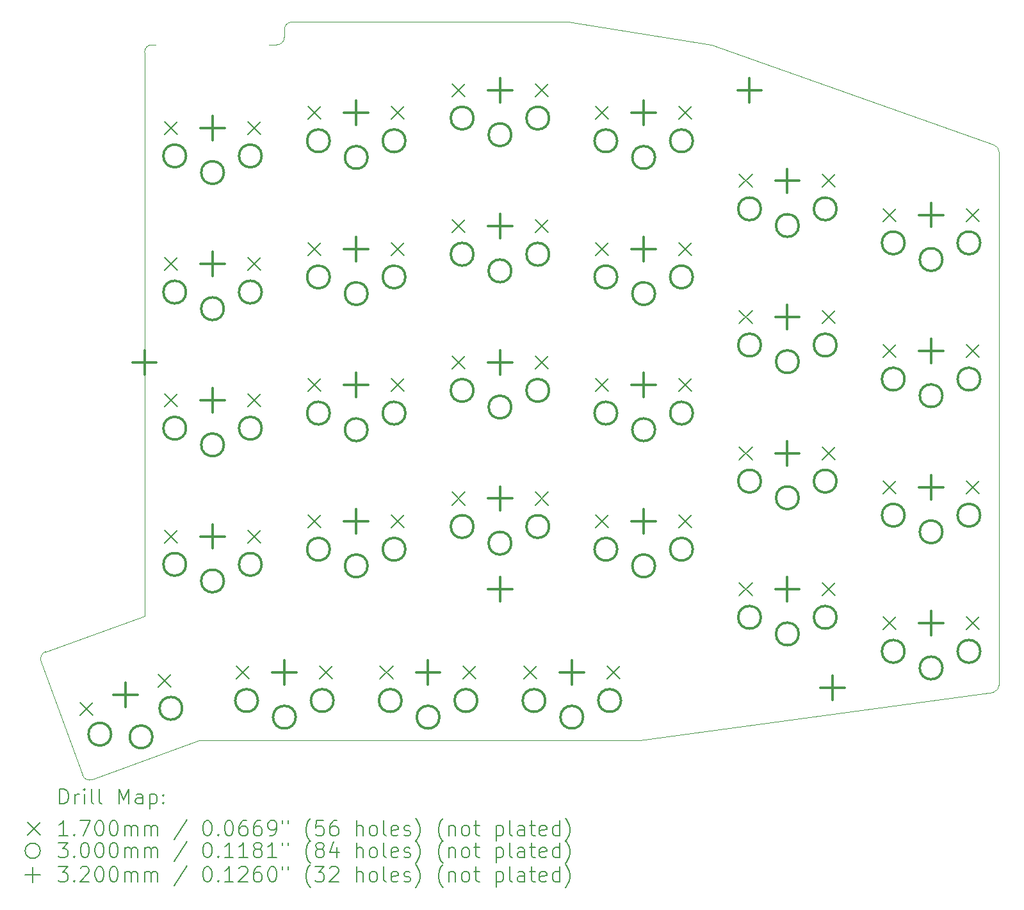
<source format=gbr>
%TF.GenerationSoftware,KiCad,Pcbnew,(6.0.11-0)*%
%TF.CreationDate,2023-02-07T09:35:33+08:00*%
%TF.ProjectId,V4,56342e6b-6963-4616-945f-706362585858,rev?*%
%TF.SameCoordinates,PX7f2c270PY60e4b00*%
%TF.FileFunction,Drillmap*%
%TF.FilePolarity,Positive*%
%FSLAX45Y45*%
G04 Gerber Fmt 4.5, Leading zero omitted, Abs format (unit mm)*
G04 Created by KiCad (PCBNEW (6.0.11-0)) date 2023-02-07 09:35:33*
%MOMM*%
%LPD*%
G01*
G04 APERTURE LIST*
%ADD10C,0.100000*%
%ADD11C,0.200000*%
%ADD12C,0.170000*%
%ADD13C,0.300000*%
%ADD14C,0.320000*%
G04 APERTURE END LIST*
D10*
X6600000Y4700000D02*
X4700000Y5000000D01*
X-900000Y4599000D02*
X-900000Y-2850000D01*
X950000Y4900000D02*
X950000Y4799000D01*
X10325000Y-3860000D02*
G75*
G03*
X10400000Y-3764289I-23570J95711D01*
G01*
X-800000Y4699000D02*
G75*
G03*
X-900000Y4599000I0J-100000D01*
G01*
X1050000Y5000000D02*
G75*
G03*
X950000Y4900000I0J-100000D01*
G01*
X5650000Y-4500000D02*
X10325000Y-3860000D01*
X-175000Y-4500000D02*
X5650000Y-4500000D01*
X-1719107Y-4955972D02*
X-2266339Y-3452464D01*
X-1719110Y-4955973D02*
G75*
G03*
X-1590936Y-5015740I93970J34203D01*
G01*
X10330000Y3375000D02*
X6600000Y4700000D01*
X10400001Y3279289D02*
G75*
G03*
X10330000Y3375000I-100431J1D01*
G01*
X850000Y4699000D02*
X750000Y4699000D01*
X-2206573Y-3324290D02*
G75*
G03*
X-2266339Y-3452464I34203J-93970D01*
G01*
X4700000Y5000000D02*
X1050000Y5000000D01*
X-2206572Y-3324293D02*
X-900000Y-2850000D01*
X-175000Y-4500000D02*
X-1590936Y-5015740D01*
X850000Y4699000D02*
G75*
G03*
X950000Y4799000I0J100000D01*
G01*
X10400000Y-3764289D02*
X10400000Y3279289D01*
X-750000Y4699000D02*
X-800000Y4699000D01*
D11*
D12*
X-1748831Y-3999511D02*
X-1578831Y-4169511D01*
X-1578831Y-3999511D02*
X-1748831Y-4169511D01*
X-715169Y-3623289D02*
X-545169Y-3793289D01*
X-545169Y-3623289D02*
X-715169Y-3793289D01*
X-635000Y3685000D02*
X-465000Y3515000D01*
X-465000Y3685000D02*
X-635000Y3515000D01*
X-635000Y1885000D02*
X-465000Y1715000D01*
X-465000Y1885000D02*
X-635000Y1715000D01*
X-635000Y85000D02*
X-465000Y-85000D01*
X-465000Y85000D02*
X-635000Y-85000D01*
X-635000Y-1715000D02*
X-465000Y-1885000D01*
X-465000Y-1715000D02*
X-635000Y-1885000D01*
X315000Y-3515000D02*
X485000Y-3685000D01*
X485000Y-3515000D02*
X315000Y-3685000D01*
X465000Y3685000D02*
X635000Y3515000D01*
X635000Y3685000D02*
X465000Y3515000D01*
X465000Y1885000D02*
X635000Y1715000D01*
X635000Y1885000D02*
X465000Y1715000D01*
X465000Y85000D02*
X635000Y-85000D01*
X635000Y85000D02*
X465000Y-85000D01*
X465000Y-1715000D02*
X635000Y-1885000D01*
X635000Y-1715000D02*
X465000Y-1885000D01*
X1265000Y3885000D02*
X1435000Y3715000D01*
X1435000Y3885000D02*
X1265000Y3715000D01*
X1265000Y2085000D02*
X1435000Y1915000D01*
X1435000Y2085000D02*
X1265000Y1915000D01*
X1265000Y285000D02*
X1435000Y115000D01*
X1435000Y285000D02*
X1265000Y115000D01*
X1265000Y-1515000D02*
X1435000Y-1685000D01*
X1435000Y-1515000D02*
X1265000Y-1685000D01*
X1415000Y-3515000D02*
X1585000Y-3685000D01*
X1585000Y-3515000D02*
X1415000Y-3685000D01*
X2215000Y-3515000D02*
X2385000Y-3685000D01*
X2385000Y-3515000D02*
X2215000Y-3685000D01*
X2365000Y3885000D02*
X2535000Y3715000D01*
X2535000Y3885000D02*
X2365000Y3715000D01*
X2365000Y2085000D02*
X2535000Y1915000D01*
X2535000Y2085000D02*
X2365000Y1915000D01*
X2365000Y285000D02*
X2535000Y115000D01*
X2535000Y285000D02*
X2365000Y115000D01*
X2365000Y-1515000D02*
X2535000Y-1685000D01*
X2535000Y-1515000D02*
X2365000Y-1685000D01*
X3165000Y4185000D02*
X3335000Y4015000D01*
X3335000Y4185000D02*
X3165000Y4015000D01*
X3165000Y2385000D02*
X3335000Y2215000D01*
X3335000Y2385000D02*
X3165000Y2215000D01*
X3165000Y585000D02*
X3335000Y415000D01*
X3335000Y585000D02*
X3165000Y415000D01*
X3165000Y-1215000D02*
X3335000Y-1385000D01*
X3335000Y-1215000D02*
X3165000Y-1385000D01*
X3315000Y-3515000D02*
X3485000Y-3685000D01*
X3485000Y-3515000D02*
X3315000Y-3685000D01*
X4115000Y-3515000D02*
X4285000Y-3685000D01*
X4285000Y-3515000D02*
X4115000Y-3685000D01*
X4265000Y4185000D02*
X4435000Y4015000D01*
X4435000Y4185000D02*
X4265000Y4015000D01*
X4265000Y2385000D02*
X4435000Y2215000D01*
X4435000Y2385000D02*
X4265000Y2215000D01*
X4265000Y585000D02*
X4435000Y415000D01*
X4435000Y585000D02*
X4265000Y415000D01*
X4265000Y-1215000D02*
X4435000Y-1385000D01*
X4435000Y-1215000D02*
X4265000Y-1385000D01*
X5065000Y3885000D02*
X5235000Y3715000D01*
X5235000Y3885000D02*
X5065000Y3715000D01*
X5065000Y2085000D02*
X5235000Y1915000D01*
X5235000Y2085000D02*
X5065000Y1915000D01*
X5065000Y285000D02*
X5235000Y115000D01*
X5235000Y285000D02*
X5065000Y115000D01*
X5065000Y-1515000D02*
X5235000Y-1685000D01*
X5235000Y-1515000D02*
X5065000Y-1685000D01*
X5215000Y-3515000D02*
X5385000Y-3685000D01*
X5385000Y-3515000D02*
X5215000Y-3685000D01*
X6165000Y3885000D02*
X6335000Y3715000D01*
X6335000Y3885000D02*
X6165000Y3715000D01*
X6165000Y2085000D02*
X6335000Y1915000D01*
X6335000Y2085000D02*
X6165000Y1915000D01*
X6165000Y285000D02*
X6335000Y115000D01*
X6335000Y285000D02*
X6165000Y115000D01*
X6165000Y-1515000D02*
X6335000Y-1685000D01*
X6335000Y-1515000D02*
X6165000Y-1685000D01*
X6965000Y2985000D02*
X7135000Y2815000D01*
X7135000Y2985000D02*
X6965000Y2815000D01*
X6965000Y1185000D02*
X7135000Y1015000D01*
X7135000Y1185000D02*
X6965000Y1015000D01*
X6965000Y-615000D02*
X7135000Y-785000D01*
X7135000Y-615000D02*
X6965000Y-785000D01*
X6965000Y-2415000D02*
X7135000Y-2585000D01*
X7135000Y-2415000D02*
X6965000Y-2585000D01*
X8065000Y2985000D02*
X8235000Y2815000D01*
X8235000Y2985000D02*
X8065000Y2815000D01*
X8065000Y1185000D02*
X8235000Y1015000D01*
X8235000Y1185000D02*
X8065000Y1015000D01*
X8065000Y-615000D02*
X8235000Y-785000D01*
X8235000Y-615000D02*
X8065000Y-785000D01*
X8065000Y-2415000D02*
X8235000Y-2585000D01*
X8235000Y-2415000D02*
X8065000Y-2585000D01*
X8865000Y2535000D02*
X9035000Y2365000D01*
X9035000Y2535000D02*
X8865000Y2365000D01*
X8865000Y735000D02*
X9035000Y565000D01*
X9035000Y735000D02*
X8865000Y565000D01*
X8865000Y-1065000D02*
X9035000Y-1235000D01*
X9035000Y-1065000D02*
X8865000Y-1235000D01*
X8865000Y-2865000D02*
X9035000Y-3035000D01*
X9035000Y-2865000D02*
X8865000Y-3035000D01*
X9965000Y2535000D02*
X10135000Y2365000D01*
X10135000Y2535000D02*
X9965000Y2365000D01*
X9965000Y735000D02*
X10135000Y565000D01*
X10135000Y735000D02*
X9965000Y565000D01*
X9965000Y-1065000D02*
X10135000Y-1235000D01*
X10135000Y-1065000D02*
X9965000Y-1235000D01*
X9965000Y-2865000D02*
X10135000Y-3035000D01*
X10135000Y-2865000D02*
X9965000Y-3035000D01*
D13*
X-1340299Y-4415096D02*
G75*
G03*
X-1340299Y-4415096I-150000J0D01*
G01*
X-795208Y-4450819D02*
G75*
G03*
X-795208Y-4450819I-150000J0D01*
G01*
X-400606Y-4073076D02*
G75*
G03*
X-400606Y-4073076I-150000J0D01*
G01*
X-350000Y3230000D02*
G75*
G03*
X-350000Y3230000I-150000J0D01*
G01*
X-350000Y1430000D02*
G75*
G03*
X-350000Y1430000I-150000J0D01*
G01*
X-350000Y-370000D02*
G75*
G03*
X-350000Y-370000I-150000J0D01*
G01*
X-350000Y-2170000D02*
G75*
G03*
X-350000Y-2170000I-150000J0D01*
G01*
X150000Y3010000D02*
G75*
G03*
X150000Y3010000I-150000J0D01*
G01*
X150000Y1210000D02*
G75*
G03*
X150000Y1210000I-150000J0D01*
G01*
X150000Y-590000D02*
G75*
G03*
X150000Y-590000I-150000J0D01*
G01*
X150000Y-2390000D02*
G75*
G03*
X150000Y-2390000I-150000J0D01*
G01*
X600000Y-3970000D02*
G75*
G03*
X600000Y-3970000I-150000J0D01*
G01*
X650000Y3230000D02*
G75*
G03*
X650000Y3230000I-150000J0D01*
G01*
X650000Y1430000D02*
G75*
G03*
X650000Y1430000I-150000J0D01*
G01*
X650000Y-370000D02*
G75*
G03*
X650000Y-370000I-150000J0D01*
G01*
X650000Y-2170000D02*
G75*
G03*
X650000Y-2170000I-150000J0D01*
G01*
X1100000Y-4190000D02*
G75*
G03*
X1100000Y-4190000I-150000J0D01*
G01*
X1550000Y3430000D02*
G75*
G03*
X1550000Y3430000I-150000J0D01*
G01*
X1550000Y1630000D02*
G75*
G03*
X1550000Y1630000I-150000J0D01*
G01*
X1550000Y-170000D02*
G75*
G03*
X1550000Y-170000I-150000J0D01*
G01*
X1550000Y-1970000D02*
G75*
G03*
X1550000Y-1970000I-150000J0D01*
G01*
X1600000Y-3970000D02*
G75*
G03*
X1600000Y-3970000I-150000J0D01*
G01*
X2050000Y3210000D02*
G75*
G03*
X2050000Y3210000I-150000J0D01*
G01*
X2050000Y1410000D02*
G75*
G03*
X2050000Y1410000I-150000J0D01*
G01*
X2050000Y-390000D02*
G75*
G03*
X2050000Y-390000I-150000J0D01*
G01*
X2050000Y-2190000D02*
G75*
G03*
X2050000Y-2190000I-150000J0D01*
G01*
X2500000Y-3970000D02*
G75*
G03*
X2500000Y-3970000I-150000J0D01*
G01*
X2550000Y3430000D02*
G75*
G03*
X2550000Y3430000I-150000J0D01*
G01*
X2550000Y1630000D02*
G75*
G03*
X2550000Y1630000I-150000J0D01*
G01*
X2550000Y-170000D02*
G75*
G03*
X2550000Y-170000I-150000J0D01*
G01*
X2550000Y-1970000D02*
G75*
G03*
X2550000Y-1970000I-150000J0D01*
G01*
X3000000Y-4190000D02*
G75*
G03*
X3000000Y-4190000I-150000J0D01*
G01*
X3450000Y3730000D02*
G75*
G03*
X3450000Y3730000I-150000J0D01*
G01*
X3450000Y1930000D02*
G75*
G03*
X3450000Y1930000I-150000J0D01*
G01*
X3450000Y130000D02*
G75*
G03*
X3450000Y130000I-150000J0D01*
G01*
X3450000Y-1670000D02*
G75*
G03*
X3450000Y-1670000I-150000J0D01*
G01*
X3500000Y-3970000D02*
G75*
G03*
X3500000Y-3970000I-150000J0D01*
G01*
X3950000Y3510000D02*
G75*
G03*
X3950000Y3510000I-150000J0D01*
G01*
X3950000Y1710000D02*
G75*
G03*
X3950000Y1710000I-150000J0D01*
G01*
X3950000Y-90000D02*
G75*
G03*
X3950000Y-90000I-150000J0D01*
G01*
X3950000Y-1890000D02*
G75*
G03*
X3950000Y-1890000I-150000J0D01*
G01*
X4400000Y-3970000D02*
G75*
G03*
X4400000Y-3970000I-150000J0D01*
G01*
X4450000Y3730000D02*
G75*
G03*
X4450000Y3730000I-150000J0D01*
G01*
X4450000Y1930000D02*
G75*
G03*
X4450000Y1930000I-150000J0D01*
G01*
X4450000Y130000D02*
G75*
G03*
X4450000Y130000I-150000J0D01*
G01*
X4450000Y-1670000D02*
G75*
G03*
X4450000Y-1670000I-150000J0D01*
G01*
X4900000Y-4190000D02*
G75*
G03*
X4900000Y-4190000I-150000J0D01*
G01*
X5350000Y3430000D02*
G75*
G03*
X5350000Y3430000I-150000J0D01*
G01*
X5350000Y1630000D02*
G75*
G03*
X5350000Y1630000I-150000J0D01*
G01*
X5350000Y-170000D02*
G75*
G03*
X5350000Y-170000I-150000J0D01*
G01*
X5350000Y-1970000D02*
G75*
G03*
X5350000Y-1970000I-150000J0D01*
G01*
X5400000Y-3970000D02*
G75*
G03*
X5400000Y-3970000I-150000J0D01*
G01*
X5850000Y3210000D02*
G75*
G03*
X5850000Y3210000I-150000J0D01*
G01*
X5850000Y1410000D02*
G75*
G03*
X5850000Y1410000I-150000J0D01*
G01*
X5850000Y-390000D02*
G75*
G03*
X5850000Y-390000I-150000J0D01*
G01*
X5850000Y-2190000D02*
G75*
G03*
X5850000Y-2190000I-150000J0D01*
G01*
X6350000Y3430000D02*
G75*
G03*
X6350000Y3430000I-150000J0D01*
G01*
X6350000Y1630000D02*
G75*
G03*
X6350000Y1630000I-150000J0D01*
G01*
X6350000Y-170000D02*
G75*
G03*
X6350000Y-170000I-150000J0D01*
G01*
X6350000Y-1970000D02*
G75*
G03*
X6350000Y-1970000I-150000J0D01*
G01*
X7250000Y2530000D02*
G75*
G03*
X7250000Y2530000I-150000J0D01*
G01*
X7250000Y730000D02*
G75*
G03*
X7250000Y730000I-150000J0D01*
G01*
X7250000Y-1070000D02*
G75*
G03*
X7250000Y-1070000I-150000J0D01*
G01*
X7250000Y-2870000D02*
G75*
G03*
X7250000Y-2870000I-150000J0D01*
G01*
X7750000Y2310000D02*
G75*
G03*
X7750000Y2310000I-150000J0D01*
G01*
X7750000Y510000D02*
G75*
G03*
X7750000Y510000I-150000J0D01*
G01*
X7750000Y-1290000D02*
G75*
G03*
X7750000Y-1290000I-150000J0D01*
G01*
X7750000Y-3090000D02*
G75*
G03*
X7750000Y-3090000I-150000J0D01*
G01*
X8250000Y2530000D02*
G75*
G03*
X8250000Y2530000I-150000J0D01*
G01*
X8250000Y730000D02*
G75*
G03*
X8250000Y730000I-150000J0D01*
G01*
X8250000Y-1070000D02*
G75*
G03*
X8250000Y-1070000I-150000J0D01*
G01*
X8250000Y-2870000D02*
G75*
G03*
X8250000Y-2870000I-150000J0D01*
G01*
X9150000Y2080000D02*
G75*
G03*
X9150000Y2080000I-150000J0D01*
G01*
X9150000Y280000D02*
G75*
G03*
X9150000Y280000I-150000J0D01*
G01*
X9150000Y-1520000D02*
G75*
G03*
X9150000Y-1520000I-150000J0D01*
G01*
X9150000Y-3320000D02*
G75*
G03*
X9150000Y-3320000I-150000J0D01*
G01*
X9650000Y1860000D02*
G75*
G03*
X9650000Y1860000I-150000J0D01*
G01*
X9650000Y60000D02*
G75*
G03*
X9650000Y60000I-150000J0D01*
G01*
X9650000Y-1740000D02*
G75*
G03*
X9650000Y-1740000I-150000J0D01*
G01*
X9650000Y-3540000D02*
G75*
G03*
X9650000Y-3540000I-150000J0D01*
G01*
X10150000Y2080000D02*
G75*
G03*
X10150000Y2080000I-150000J0D01*
G01*
X10150000Y280000D02*
G75*
G03*
X10150000Y280000I-150000J0D01*
G01*
X10150000Y-1520000D02*
G75*
G03*
X10150000Y-1520000I-150000J0D01*
G01*
X10150000Y-3320000D02*
G75*
G03*
X10150000Y-3320000I-150000J0D01*
G01*
D14*
X-1147000Y-3736400D02*
X-1147000Y-4056400D01*
X-1307000Y-3896400D02*
X-987000Y-3896400D01*
X-900000Y660000D02*
X-900000Y340000D01*
X-1060000Y500000D02*
X-740000Y500000D01*
X0Y3760000D02*
X0Y3440000D01*
X-160000Y3600000D02*
X160000Y3600000D01*
X0Y1960000D02*
X0Y1640000D01*
X-160000Y1800000D02*
X160000Y1800000D01*
X0Y160000D02*
X0Y-160000D01*
X-160000Y0D02*
X160000Y0D01*
X0Y-1640000D02*
X0Y-1960000D01*
X-160000Y-1800000D02*
X160000Y-1800000D01*
X950000Y-3440000D02*
X950000Y-3760000D01*
X790000Y-3600000D02*
X1110000Y-3600000D01*
X1900000Y3960000D02*
X1900000Y3640000D01*
X1740000Y3800000D02*
X2060000Y3800000D01*
X1900000Y2160000D02*
X1900000Y1840000D01*
X1740000Y2000000D02*
X2060000Y2000000D01*
X1900000Y360000D02*
X1900000Y40000D01*
X1740000Y200000D02*
X2060000Y200000D01*
X1900000Y-1440000D02*
X1900000Y-1760000D01*
X1740000Y-1600000D02*
X2060000Y-1600000D01*
X2850000Y-3440000D02*
X2850000Y-3760000D01*
X2690000Y-3600000D02*
X3010000Y-3600000D01*
X3800000Y4260000D02*
X3800000Y3940000D01*
X3640000Y4100000D02*
X3960000Y4100000D01*
X3800000Y2460000D02*
X3800000Y2140000D01*
X3640000Y2300000D02*
X3960000Y2300000D01*
X3800000Y660000D02*
X3800000Y340000D01*
X3640000Y500000D02*
X3960000Y500000D01*
X3800000Y-1140000D02*
X3800000Y-1460000D01*
X3640000Y-1300000D02*
X3960000Y-1300000D01*
X3800000Y-2340000D02*
X3800000Y-2660000D01*
X3640000Y-2500000D02*
X3960000Y-2500000D01*
X4750000Y-3440000D02*
X4750000Y-3760000D01*
X4590000Y-3600000D02*
X4910000Y-3600000D01*
X5700000Y3960000D02*
X5700000Y3640000D01*
X5540000Y3800000D02*
X5860000Y3800000D01*
X5700000Y2160000D02*
X5700000Y1840000D01*
X5540000Y2000000D02*
X5860000Y2000000D01*
X5700000Y360000D02*
X5700000Y40000D01*
X5540000Y200000D02*
X5860000Y200000D01*
X5700000Y-1440000D02*
X5700000Y-1760000D01*
X5540000Y-1600000D02*
X5860000Y-1600000D01*
X7100000Y4260000D02*
X7100000Y3940000D01*
X6940000Y4100000D02*
X7260000Y4100000D01*
X7600000Y3060000D02*
X7600000Y2740000D01*
X7440000Y2900000D02*
X7760000Y2900000D01*
X7600000Y1260000D02*
X7600000Y940000D01*
X7440000Y1100000D02*
X7760000Y1100000D01*
X7600000Y-540000D02*
X7600000Y-860000D01*
X7440000Y-700000D02*
X7760000Y-700000D01*
X7600000Y-2340000D02*
X7600000Y-2660000D01*
X7440000Y-2500000D02*
X7760000Y-2500000D01*
X8200000Y-3640000D02*
X8200000Y-3960000D01*
X8040000Y-3800000D02*
X8360000Y-3800000D01*
X9500000Y2610000D02*
X9500000Y2290000D01*
X9340000Y2450000D02*
X9660000Y2450000D01*
X9500000Y810000D02*
X9500000Y490000D01*
X9340000Y650000D02*
X9660000Y650000D01*
X9500000Y-990000D02*
X9500000Y-1310000D01*
X9340000Y-1150000D02*
X9660000Y-1150000D01*
X9500000Y-2790000D02*
X9500000Y-3110000D01*
X9340000Y-2950000D02*
X9660000Y-2950000D01*
D11*
X-2019752Y-5337247D02*
X-2019752Y-5137247D01*
X-1972133Y-5137247D01*
X-1943561Y-5146771D01*
X-1924514Y-5165819D01*
X-1914990Y-5184866D01*
X-1905466Y-5222961D01*
X-1905466Y-5251533D01*
X-1914990Y-5289628D01*
X-1924514Y-5308676D01*
X-1943561Y-5327723D01*
X-1972133Y-5337247D01*
X-2019752Y-5337247D01*
X-1819752Y-5337247D02*
X-1819752Y-5203914D01*
X-1819752Y-5242009D02*
X-1810228Y-5222961D01*
X-1800704Y-5213438D01*
X-1781657Y-5203914D01*
X-1762609Y-5203914D01*
X-1695942Y-5337247D02*
X-1695942Y-5203914D01*
X-1695942Y-5137247D02*
X-1705466Y-5146771D01*
X-1695942Y-5156295D01*
X-1686418Y-5146771D01*
X-1695942Y-5137247D01*
X-1695942Y-5156295D01*
X-1572133Y-5337247D02*
X-1591180Y-5327723D01*
X-1600704Y-5308676D01*
X-1600704Y-5137247D01*
X-1467371Y-5337247D02*
X-1486418Y-5327723D01*
X-1495942Y-5308676D01*
X-1495942Y-5137247D01*
X-1238799Y-5337247D02*
X-1238799Y-5137247D01*
X-1172133Y-5280104D01*
X-1105466Y-5137247D01*
X-1105466Y-5337247D01*
X-924514Y-5337247D02*
X-924514Y-5232485D01*
X-934037Y-5213438D01*
X-953085Y-5203914D01*
X-991180Y-5203914D01*
X-1010228Y-5213438D01*
X-924514Y-5327723D02*
X-943561Y-5337247D01*
X-991180Y-5337247D01*
X-1010228Y-5327723D01*
X-1019752Y-5308676D01*
X-1019752Y-5289628D01*
X-1010228Y-5270580D01*
X-991180Y-5261057D01*
X-943561Y-5261057D01*
X-924514Y-5251533D01*
X-829276Y-5203914D02*
X-829276Y-5403914D01*
X-829276Y-5213438D02*
X-810228Y-5203914D01*
X-772133Y-5203914D01*
X-753085Y-5213438D01*
X-743561Y-5222961D01*
X-734037Y-5242009D01*
X-734037Y-5299152D01*
X-743561Y-5318199D01*
X-753085Y-5327723D01*
X-772133Y-5337247D01*
X-810228Y-5337247D01*
X-829276Y-5327723D01*
X-648323Y-5318199D02*
X-638799Y-5327723D01*
X-648323Y-5337247D01*
X-657847Y-5327723D01*
X-648323Y-5318199D01*
X-648323Y-5337247D01*
X-648323Y-5213438D02*
X-638799Y-5222961D01*
X-648323Y-5232485D01*
X-657847Y-5222961D01*
X-648323Y-5213438D01*
X-648323Y-5232485D01*
D12*
X-2447371Y-5581771D02*
X-2277371Y-5751771D01*
X-2277371Y-5581771D02*
X-2447371Y-5751771D01*
D11*
X-1914990Y-5757247D02*
X-2029276Y-5757247D01*
X-1972133Y-5757247D02*
X-1972133Y-5557247D01*
X-1991180Y-5585819D01*
X-2010228Y-5604866D01*
X-2029276Y-5614390D01*
X-1829276Y-5738199D02*
X-1819752Y-5747723D01*
X-1829276Y-5757247D01*
X-1838799Y-5747723D01*
X-1829276Y-5738199D01*
X-1829276Y-5757247D01*
X-1753085Y-5557247D02*
X-1619752Y-5557247D01*
X-1705466Y-5757247D01*
X-1505466Y-5557247D02*
X-1486418Y-5557247D01*
X-1467371Y-5566771D01*
X-1457847Y-5576295D01*
X-1448323Y-5595342D01*
X-1438799Y-5633437D01*
X-1438799Y-5681057D01*
X-1448323Y-5719152D01*
X-1457847Y-5738199D01*
X-1467371Y-5747723D01*
X-1486418Y-5757247D01*
X-1505466Y-5757247D01*
X-1524514Y-5747723D01*
X-1534037Y-5738199D01*
X-1543561Y-5719152D01*
X-1553085Y-5681057D01*
X-1553085Y-5633437D01*
X-1543561Y-5595342D01*
X-1534037Y-5576295D01*
X-1524514Y-5566771D01*
X-1505466Y-5557247D01*
X-1314990Y-5557247D02*
X-1295942Y-5557247D01*
X-1276895Y-5566771D01*
X-1267371Y-5576295D01*
X-1257847Y-5595342D01*
X-1248323Y-5633437D01*
X-1248323Y-5681057D01*
X-1257847Y-5719152D01*
X-1267371Y-5738199D01*
X-1276895Y-5747723D01*
X-1295942Y-5757247D01*
X-1314990Y-5757247D01*
X-1334038Y-5747723D01*
X-1343561Y-5738199D01*
X-1353085Y-5719152D01*
X-1362609Y-5681057D01*
X-1362609Y-5633437D01*
X-1353085Y-5595342D01*
X-1343561Y-5576295D01*
X-1334038Y-5566771D01*
X-1314990Y-5557247D01*
X-1162609Y-5757247D02*
X-1162609Y-5623914D01*
X-1162609Y-5642961D02*
X-1153085Y-5633437D01*
X-1134038Y-5623914D01*
X-1105466Y-5623914D01*
X-1086419Y-5633437D01*
X-1076895Y-5652485D01*
X-1076895Y-5757247D01*
X-1076895Y-5652485D02*
X-1067371Y-5633437D01*
X-1048323Y-5623914D01*
X-1019752Y-5623914D01*
X-1000704Y-5633437D01*
X-991180Y-5652485D01*
X-991180Y-5757247D01*
X-895942Y-5757247D02*
X-895942Y-5623914D01*
X-895942Y-5642961D02*
X-886418Y-5633437D01*
X-867371Y-5623914D01*
X-838799Y-5623914D01*
X-819752Y-5633437D01*
X-810228Y-5652485D01*
X-810228Y-5757247D01*
X-810228Y-5652485D02*
X-800704Y-5633437D01*
X-781657Y-5623914D01*
X-753085Y-5623914D01*
X-734037Y-5633437D01*
X-724514Y-5652485D01*
X-724514Y-5757247D01*
X-334038Y-5547723D02*
X-505466Y-5804866D01*
X-76895Y-5557247D02*
X-57847Y-5557247D01*
X-38799Y-5566771D01*
X-29276Y-5576295D01*
X-19752Y-5595342D01*
X-10228Y-5633437D01*
X-10228Y-5681057D01*
X-19752Y-5719152D01*
X-29276Y-5738199D01*
X-38799Y-5747723D01*
X-57847Y-5757247D01*
X-76895Y-5757247D01*
X-95942Y-5747723D01*
X-105466Y-5738199D01*
X-114990Y-5719152D01*
X-124514Y-5681057D01*
X-124514Y-5633437D01*
X-114990Y-5595342D01*
X-105466Y-5576295D01*
X-95942Y-5566771D01*
X-76895Y-5557247D01*
X75486Y-5738199D02*
X85010Y-5747723D01*
X75486Y-5757247D01*
X65963Y-5747723D01*
X75486Y-5738199D01*
X75486Y-5757247D01*
X208820Y-5557247D02*
X227867Y-5557247D01*
X246915Y-5566771D01*
X256439Y-5576295D01*
X265963Y-5595342D01*
X275486Y-5633437D01*
X275486Y-5681057D01*
X265963Y-5719152D01*
X256439Y-5738199D01*
X246915Y-5747723D01*
X227867Y-5757247D01*
X208820Y-5757247D01*
X189772Y-5747723D01*
X180248Y-5738199D01*
X170724Y-5719152D01*
X161201Y-5681057D01*
X161201Y-5633437D01*
X170724Y-5595342D01*
X180248Y-5576295D01*
X189772Y-5566771D01*
X208820Y-5557247D01*
X446915Y-5557247D02*
X408820Y-5557247D01*
X389772Y-5566771D01*
X380248Y-5576295D01*
X361201Y-5604866D01*
X351677Y-5642961D01*
X351677Y-5719152D01*
X361201Y-5738199D01*
X370724Y-5747723D01*
X389772Y-5757247D01*
X427867Y-5757247D01*
X446915Y-5747723D01*
X456439Y-5738199D01*
X465962Y-5719152D01*
X465962Y-5671533D01*
X456439Y-5652485D01*
X446915Y-5642961D01*
X427867Y-5633437D01*
X389772Y-5633437D01*
X370724Y-5642961D01*
X361201Y-5652485D01*
X351677Y-5671533D01*
X637391Y-5557247D02*
X599296Y-5557247D01*
X580248Y-5566771D01*
X570724Y-5576295D01*
X551677Y-5604866D01*
X542153Y-5642961D01*
X542153Y-5719152D01*
X551677Y-5738199D01*
X561201Y-5747723D01*
X580248Y-5757247D01*
X618343Y-5757247D01*
X637391Y-5747723D01*
X646915Y-5738199D01*
X656439Y-5719152D01*
X656439Y-5671533D01*
X646915Y-5652485D01*
X637391Y-5642961D01*
X618343Y-5633437D01*
X580248Y-5633437D01*
X561201Y-5642961D01*
X551677Y-5652485D01*
X542153Y-5671533D01*
X751677Y-5757247D02*
X789772Y-5757247D01*
X808820Y-5747723D01*
X818343Y-5738199D01*
X837391Y-5709628D01*
X846915Y-5671533D01*
X846915Y-5595342D01*
X837391Y-5576295D01*
X827867Y-5566771D01*
X808820Y-5557247D01*
X770724Y-5557247D01*
X751677Y-5566771D01*
X742153Y-5576295D01*
X732629Y-5595342D01*
X732629Y-5642961D01*
X742153Y-5662009D01*
X751677Y-5671533D01*
X770724Y-5681057D01*
X808820Y-5681057D01*
X827867Y-5671533D01*
X837391Y-5662009D01*
X846915Y-5642961D01*
X923105Y-5557247D02*
X923105Y-5595342D01*
X999296Y-5557247D02*
X999296Y-5595342D01*
X1294534Y-5833437D02*
X1285010Y-5823914D01*
X1265963Y-5795342D01*
X1256439Y-5776295D01*
X1246915Y-5747723D01*
X1237391Y-5700104D01*
X1237391Y-5662009D01*
X1246915Y-5614390D01*
X1256439Y-5585819D01*
X1265963Y-5566771D01*
X1285010Y-5538199D01*
X1294534Y-5528676D01*
X1465962Y-5557247D02*
X1370724Y-5557247D01*
X1361201Y-5652485D01*
X1370724Y-5642961D01*
X1389772Y-5633437D01*
X1437391Y-5633437D01*
X1456439Y-5642961D01*
X1465962Y-5652485D01*
X1475486Y-5671533D01*
X1475486Y-5719152D01*
X1465962Y-5738199D01*
X1456439Y-5747723D01*
X1437391Y-5757247D01*
X1389772Y-5757247D01*
X1370724Y-5747723D01*
X1361201Y-5738199D01*
X1646915Y-5557247D02*
X1608820Y-5557247D01*
X1589772Y-5566771D01*
X1580248Y-5576295D01*
X1561201Y-5604866D01*
X1551677Y-5642961D01*
X1551677Y-5719152D01*
X1561201Y-5738199D01*
X1570724Y-5747723D01*
X1589772Y-5757247D01*
X1627867Y-5757247D01*
X1646915Y-5747723D01*
X1656439Y-5738199D01*
X1665962Y-5719152D01*
X1665962Y-5671533D01*
X1656439Y-5652485D01*
X1646915Y-5642961D01*
X1627867Y-5633437D01*
X1589772Y-5633437D01*
X1570724Y-5642961D01*
X1561201Y-5652485D01*
X1551677Y-5671533D01*
X1904058Y-5757247D02*
X1904058Y-5557247D01*
X1989772Y-5757247D02*
X1989772Y-5652485D01*
X1980248Y-5633437D01*
X1961201Y-5623914D01*
X1932629Y-5623914D01*
X1913581Y-5633437D01*
X1904058Y-5642961D01*
X2113582Y-5757247D02*
X2094534Y-5747723D01*
X2085010Y-5738199D01*
X2075486Y-5719152D01*
X2075486Y-5662009D01*
X2085010Y-5642961D01*
X2094534Y-5633437D01*
X2113582Y-5623914D01*
X2142153Y-5623914D01*
X2161201Y-5633437D01*
X2170724Y-5642961D01*
X2180248Y-5662009D01*
X2180248Y-5719152D01*
X2170724Y-5738199D01*
X2161201Y-5747723D01*
X2142153Y-5757247D01*
X2113582Y-5757247D01*
X2294534Y-5757247D02*
X2275486Y-5747723D01*
X2265963Y-5728676D01*
X2265963Y-5557247D01*
X2446915Y-5747723D02*
X2427867Y-5757247D01*
X2389772Y-5757247D01*
X2370724Y-5747723D01*
X2361201Y-5728676D01*
X2361201Y-5652485D01*
X2370724Y-5633437D01*
X2389772Y-5623914D01*
X2427867Y-5623914D01*
X2446915Y-5633437D01*
X2456439Y-5652485D01*
X2456439Y-5671533D01*
X2361201Y-5690580D01*
X2532629Y-5747723D02*
X2551677Y-5757247D01*
X2589772Y-5757247D01*
X2608820Y-5747723D01*
X2618343Y-5728676D01*
X2618343Y-5719152D01*
X2608820Y-5700104D01*
X2589772Y-5690580D01*
X2561201Y-5690580D01*
X2542153Y-5681057D01*
X2532629Y-5662009D01*
X2532629Y-5652485D01*
X2542153Y-5633437D01*
X2561201Y-5623914D01*
X2589772Y-5623914D01*
X2608820Y-5633437D01*
X2685010Y-5833437D02*
X2694534Y-5823914D01*
X2713582Y-5795342D01*
X2723105Y-5776295D01*
X2732629Y-5747723D01*
X2742153Y-5700104D01*
X2742153Y-5662009D01*
X2732629Y-5614390D01*
X2723105Y-5585819D01*
X2713582Y-5566771D01*
X2694534Y-5538199D01*
X2685010Y-5528676D01*
X3046915Y-5833437D02*
X3037391Y-5823914D01*
X3018343Y-5795342D01*
X3008820Y-5776295D01*
X2999296Y-5747723D01*
X2989772Y-5700104D01*
X2989772Y-5662009D01*
X2999296Y-5614390D01*
X3008820Y-5585819D01*
X3018343Y-5566771D01*
X3037391Y-5538199D01*
X3046915Y-5528676D01*
X3123105Y-5623914D02*
X3123105Y-5757247D01*
X3123105Y-5642961D02*
X3132629Y-5633437D01*
X3151677Y-5623914D01*
X3180248Y-5623914D01*
X3199296Y-5633437D01*
X3208820Y-5652485D01*
X3208820Y-5757247D01*
X3332629Y-5757247D02*
X3313581Y-5747723D01*
X3304058Y-5738199D01*
X3294534Y-5719152D01*
X3294534Y-5662009D01*
X3304058Y-5642961D01*
X3313581Y-5633437D01*
X3332629Y-5623914D01*
X3361201Y-5623914D01*
X3380248Y-5633437D01*
X3389772Y-5642961D01*
X3399296Y-5662009D01*
X3399296Y-5719152D01*
X3389772Y-5738199D01*
X3380248Y-5747723D01*
X3361201Y-5757247D01*
X3332629Y-5757247D01*
X3456439Y-5623914D02*
X3532629Y-5623914D01*
X3485010Y-5557247D02*
X3485010Y-5728676D01*
X3494534Y-5747723D01*
X3513581Y-5757247D01*
X3532629Y-5757247D01*
X3751677Y-5623914D02*
X3751677Y-5823914D01*
X3751677Y-5633437D02*
X3770724Y-5623914D01*
X3808820Y-5623914D01*
X3827867Y-5633437D01*
X3837391Y-5642961D01*
X3846915Y-5662009D01*
X3846915Y-5719152D01*
X3837391Y-5738199D01*
X3827867Y-5747723D01*
X3808820Y-5757247D01*
X3770724Y-5757247D01*
X3751677Y-5747723D01*
X3961201Y-5757247D02*
X3942153Y-5747723D01*
X3932629Y-5728676D01*
X3932629Y-5557247D01*
X4123105Y-5757247D02*
X4123105Y-5652485D01*
X4113581Y-5633437D01*
X4094534Y-5623914D01*
X4056439Y-5623914D01*
X4037391Y-5633437D01*
X4123105Y-5747723D02*
X4104058Y-5757247D01*
X4056439Y-5757247D01*
X4037391Y-5747723D01*
X4027867Y-5728676D01*
X4027867Y-5709628D01*
X4037391Y-5690580D01*
X4056439Y-5681057D01*
X4104058Y-5681057D01*
X4123105Y-5671533D01*
X4189772Y-5623914D02*
X4265963Y-5623914D01*
X4218343Y-5557247D02*
X4218343Y-5728676D01*
X4227867Y-5747723D01*
X4246915Y-5757247D01*
X4265963Y-5757247D01*
X4408820Y-5747723D02*
X4389772Y-5757247D01*
X4351677Y-5757247D01*
X4332629Y-5747723D01*
X4323105Y-5728676D01*
X4323105Y-5652485D01*
X4332629Y-5633437D01*
X4351677Y-5623914D01*
X4389772Y-5623914D01*
X4408820Y-5633437D01*
X4418343Y-5652485D01*
X4418343Y-5671533D01*
X4323105Y-5690580D01*
X4589772Y-5757247D02*
X4589772Y-5557247D01*
X4589772Y-5747723D02*
X4570724Y-5757247D01*
X4532629Y-5757247D01*
X4513582Y-5747723D01*
X4504058Y-5738199D01*
X4494534Y-5719152D01*
X4494534Y-5662009D01*
X4504058Y-5642961D01*
X4513582Y-5633437D01*
X4532629Y-5623914D01*
X4570724Y-5623914D01*
X4589772Y-5633437D01*
X4665963Y-5833437D02*
X4675486Y-5823914D01*
X4694534Y-5795342D01*
X4704058Y-5776295D01*
X4713582Y-5747723D01*
X4723105Y-5700104D01*
X4723105Y-5662009D01*
X4713582Y-5614390D01*
X4704058Y-5585819D01*
X4694534Y-5566771D01*
X4675486Y-5538199D01*
X4665963Y-5528676D01*
X-2277371Y-5956771D02*
G75*
G03*
X-2277371Y-5956771I-100000J0D01*
G01*
X-2038799Y-5847247D02*
X-1914990Y-5847247D01*
X-1981657Y-5923437D01*
X-1953085Y-5923437D01*
X-1934037Y-5932961D01*
X-1924514Y-5942485D01*
X-1914990Y-5961533D01*
X-1914990Y-6009152D01*
X-1924514Y-6028199D01*
X-1934037Y-6037723D01*
X-1953085Y-6047247D01*
X-2010228Y-6047247D01*
X-2029276Y-6037723D01*
X-2038799Y-6028199D01*
X-1829276Y-6028199D02*
X-1819752Y-6037723D01*
X-1829276Y-6047247D01*
X-1838799Y-6037723D01*
X-1829276Y-6028199D01*
X-1829276Y-6047247D01*
X-1695942Y-5847247D02*
X-1676895Y-5847247D01*
X-1657847Y-5856771D01*
X-1648323Y-5866295D01*
X-1638799Y-5885342D01*
X-1629276Y-5923437D01*
X-1629276Y-5971057D01*
X-1638799Y-6009152D01*
X-1648323Y-6028199D01*
X-1657847Y-6037723D01*
X-1676895Y-6047247D01*
X-1695942Y-6047247D01*
X-1714990Y-6037723D01*
X-1724514Y-6028199D01*
X-1734037Y-6009152D01*
X-1743561Y-5971057D01*
X-1743561Y-5923437D01*
X-1734037Y-5885342D01*
X-1724514Y-5866295D01*
X-1714990Y-5856771D01*
X-1695942Y-5847247D01*
X-1505466Y-5847247D02*
X-1486418Y-5847247D01*
X-1467371Y-5856771D01*
X-1457847Y-5866295D01*
X-1448323Y-5885342D01*
X-1438799Y-5923437D01*
X-1438799Y-5971057D01*
X-1448323Y-6009152D01*
X-1457847Y-6028199D01*
X-1467371Y-6037723D01*
X-1486418Y-6047247D01*
X-1505466Y-6047247D01*
X-1524514Y-6037723D01*
X-1534037Y-6028199D01*
X-1543561Y-6009152D01*
X-1553085Y-5971057D01*
X-1553085Y-5923437D01*
X-1543561Y-5885342D01*
X-1534037Y-5866295D01*
X-1524514Y-5856771D01*
X-1505466Y-5847247D01*
X-1314990Y-5847247D02*
X-1295942Y-5847247D01*
X-1276895Y-5856771D01*
X-1267371Y-5866295D01*
X-1257847Y-5885342D01*
X-1248323Y-5923437D01*
X-1248323Y-5971057D01*
X-1257847Y-6009152D01*
X-1267371Y-6028199D01*
X-1276895Y-6037723D01*
X-1295942Y-6047247D01*
X-1314990Y-6047247D01*
X-1334038Y-6037723D01*
X-1343561Y-6028199D01*
X-1353085Y-6009152D01*
X-1362609Y-5971057D01*
X-1362609Y-5923437D01*
X-1353085Y-5885342D01*
X-1343561Y-5866295D01*
X-1334038Y-5856771D01*
X-1314990Y-5847247D01*
X-1162609Y-6047247D02*
X-1162609Y-5913914D01*
X-1162609Y-5932961D02*
X-1153085Y-5923437D01*
X-1134038Y-5913914D01*
X-1105466Y-5913914D01*
X-1086419Y-5923437D01*
X-1076895Y-5942485D01*
X-1076895Y-6047247D01*
X-1076895Y-5942485D02*
X-1067371Y-5923437D01*
X-1048323Y-5913914D01*
X-1019752Y-5913914D01*
X-1000704Y-5923437D01*
X-991180Y-5942485D01*
X-991180Y-6047247D01*
X-895942Y-6047247D02*
X-895942Y-5913914D01*
X-895942Y-5932961D02*
X-886418Y-5923437D01*
X-867371Y-5913914D01*
X-838799Y-5913914D01*
X-819752Y-5923437D01*
X-810228Y-5942485D01*
X-810228Y-6047247D01*
X-810228Y-5942485D02*
X-800704Y-5923437D01*
X-781657Y-5913914D01*
X-753085Y-5913914D01*
X-734037Y-5923437D01*
X-724514Y-5942485D01*
X-724514Y-6047247D01*
X-334038Y-5837723D02*
X-505466Y-6094866D01*
X-76895Y-5847247D02*
X-57847Y-5847247D01*
X-38799Y-5856771D01*
X-29276Y-5866295D01*
X-19752Y-5885342D01*
X-10228Y-5923437D01*
X-10228Y-5971057D01*
X-19752Y-6009152D01*
X-29276Y-6028199D01*
X-38799Y-6037723D01*
X-57847Y-6047247D01*
X-76895Y-6047247D01*
X-95942Y-6037723D01*
X-105466Y-6028199D01*
X-114990Y-6009152D01*
X-124514Y-5971057D01*
X-124514Y-5923437D01*
X-114990Y-5885342D01*
X-105466Y-5866295D01*
X-95942Y-5856771D01*
X-76895Y-5847247D01*
X75486Y-6028199D02*
X85010Y-6037723D01*
X75486Y-6047247D01*
X65963Y-6037723D01*
X75486Y-6028199D01*
X75486Y-6047247D01*
X275486Y-6047247D02*
X161201Y-6047247D01*
X218343Y-6047247D02*
X218343Y-5847247D01*
X199296Y-5875818D01*
X180248Y-5894866D01*
X161201Y-5904390D01*
X465962Y-6047247D02*
X351677Y-6047247D01*
X408820Y-6047247D02*
X408820Y-5847247D01*
X389772Y-5875818D01*
X370724Y-5894866D01*
X351677Y-5904390D01*
X580248Y-5932961D02*
X561201Y-5923437D01*
X551677Y-5913914D01*
X542153Y-5894866D01*
X542153Y-5885342D01*
X551677Y-5866295D01*
X561201Y-5856771D01*
X580248Y-5847247D01*
X618343Y-5847247D01*
X637391Y-5856771D01*
X646915Y-5866295D01*
X656439Y-5885342D01*
X656439Y-5894866D01*
X646915Y-5913914D01*
X637391Y-5923437D01*
X618343Y-5932961D01*
X580248Y-5932961D01*
X561201Y-5942485D01*
X551677Y-5952009D01*
X542153Y-5971057D01*
X542153Y-6009152D01*
X551677Y-6028199D01*
X561201Y-6037723D01*
X580248Y-6047247D01*
X618343Y-6047247D01*
X637391Y-6037723D01*
X646915Y-6028199D01*
X656439Y-6009152D01*
X656439Y-5971057D01*
X646915Y-5952009D01*
X637391Y-5942485D01*
X618343Y-5932961D01*
X846915Y-6047247D02*
X732629Y-6047247D01*
X789772Y-6047247D02*
X789772Y-5847247D01*
X770724Y-5875818D01*
X751677Y-5894866D01*
X732629Y-5904390D01*
X923105Y-5847247D02*
X923105Y-5885342D01*
X999296Y-5847247D02*
X999296Y-5885342D01*
X1294534Y-6123437D02*
X1285010Y-6113914D01*
X1265963Y-6085342D01*
X1256439Y-6066295D01*
X1246915Y-6037723D01*
X1237391Y-5990104D01*
X1237391Y-5952009D01*
X1246915Y-5904390D01*
X1256439Y-5875818D01*
X1265963Y-5856771D01*
X1285010Y-5828199D01*
X1294534Y-5818676D01*
X1399296Y-5932961D02*
X1380248Y-5923437D01*
X1370724Y-5913914D01*
X1361201Y-5894866D01*
X1361201Y-5885342D01*
X1370724Y-5866295D01*
X1380248Y-5856771D01*
X1399296Y-5847247D01*
X1437391Y-5847247D01*
X1456439Y-5856771D01*
X1465962Y-5866295D01*
X1475486Y-5885342D01*
X1475486Y-5894866D01*
X1465962Y-5913914D01*
X1456439Y-5923437D01*
X1437391Y-5932961D01*
X1399296Y-5932961D01*
X1380248Y-5942485D01*
X1370724Y-5952009D01*
X1361201Y-5971057D01*
X1361201Y-6009152D01*
X1370724Y-6028199D01*
X1380248Y-6037723D01*
X1399296Y-6047247D01*
X1437391Y-6047247D01*
X1456439Y-6037723D01*
X1465962Y-6028199D01*
X1475486Y-6009152D01*
X1475486Y-5971057D01*
X1465962Y-5952009D01*
X1456439Y-5942485D01*
X1437391Y-5932961D01*
X1646915Y-5913914D02*
X1646915Y-6047247D01*
X1599296Y-5837723D02*
X1551677Y-5980580D01*
X1675486Y-5980580D01*
X1904058Y-6047247D02*
X1904058Y-5847247D01*
X1989772Y-6047247D02*
X1989772Y-5942485D01*
X1980248Y-5923437D01*
X1961201Y-5913914D01*
X1932629Y-5913914D01*
X1913581Y-5923437D01*
X1904058Y-5932961D01*
X2113582Y-6047247D02*
X2094534Y-6037723D01*
X2085010Y-6028199D01*
X2075486Y-6009152D01*
X2075486Y-5952009D01*
X2085010Y-5932961D01*
X2094534Y-5923437D01*
X2113582Y-5913914D01*
X2142153Y-5913914D01*
X2161201Y-5923437D01*
X2170724Y-5932961D01*
X2180248Y-5952009D01*
X2180248Y-6009152D01*
X2170724Y-6028199D01*
X2161201Y-6037723D01*
X2142153Y-6047247D01*
X2113582Y-6047247D01*
X2294534Y-6047247D02*
X2275486Y-6037723D01*
X2265963Y-6018676D01*
X2265963Y-5847247D01*
X2446915Y-6037723D02*
X2427867Y-6047247D01*
X2389772Y-6047247D01*
X2370724Y-6037723D01*
X2361201Y-6018676D01*
X2361201Y-5942485D01*
X2370724Y-5923437D01*
X2389772Y-5913914D01*
X2427867Y-5913914D01*
X2446915Y-5923437D01*
X2456439Y-5942485D01*
X2456439Y-5961533D01*
X2361201Y-5980580D01*
X2532629Y-6037723D02*
X2551677Y-6047247D01*
X2589772Y-6047247D01*
X2608820Y-6037723D01*
X2618343Y-6018676D01*
X2618343Y-6009152D01*
X2608820Y-5990104D01*
X2589772Y-5980580D01*
X2561201Y-5980580D01*
X2542153Y-5971057D01*
X2532629Y-5952009D01*
X2532629Y-5942485D01*
X2542153Y-5923437D01*
X2561201Y-5913914D01*
X2589772Y-5913914D01*
X2608820Y-5923437D01*
X2685010Y-6123437D02*
X2694534Y-6113914D01*
X2713582Y-6085342D01*
X2723105Y-6066295D01*
X2732629Y-6037723D01*
X2742153Y-5990104D01*
X2742153Y-5952009D01*
X2732629Y-5904390D01*
X2723105Y-5875818D01*
X2713582Y-5856771D01*
X2694534Y-5828199D01*
X2685010Y-5818676D01*
X3046915Y-6123437D02*
X3037391Y-6113914D01*
X3018343Y-6085342D01*
X3008820Y-6066295D01*
X2999296Y-6037723D01*
X2989772Y-5990104D01*
X2989772Y-5952009D01*
X2999296Y-5904390D01*
X3008820Y-5875818D01*
X3018343Y-5856771D01*
X3037391Y-5828199D01*
X3046915Y-5818676D01*
X3123105Y-5913914D02*
X3123105Y-6047247D01*
X3123105Y-5932961D02*
X3132629Y-5923437D01*
X3151677Y-5913914D01*
X3180248Y-5913914D01*
X3199296Y-5923437D01*
X3208820Y-5942485D01*
X3208820Y-6047247D01*
X3332629Y-6047247D02*
X3313581Y-6037723D01*
X3304058Y-6028199D01*
X3294534Y-6009152D01*
X3294534Y-5952009D01*
X3304058Y-5932961D01*
X3313581Y-5923437D01*
X3332629Y-5913914D01*
X3361201Y-5913914D01*
X3380248Y-5923437D01*
X3389772Y-5932961D01*
X3399296Y-5952009D01*
X3399296Y-6009152D01*
X3389772Y-6028199D01*
X3380248Y-6037723D01*
X3361201Y-6047247D01*
X3332629Y-6047247D01*
X3456439Y-5913914D02*
X3532629Y-5913914D01*
X3485010Y-5847247D02*
X3485010Y-6018676D01*
X3494534Y-6037723D01*
X3513581Y-6047247D01*
X3532629Y-6047247D01*
X3751677Y-5913914D02*
X3751677Y-6113914D01*
X3751677Y-5923437D02*
X3770724Y-5913914D01*
X3808820Y-5913914D01*
X3827867Y-5923437D01*
X3837391Y-5932961D01*
X3846915Y-5952009D01*
X3846915Y-6009152D01*
X3837391Y-6028199D01*
X3827867Y-6037723D01*
X3808820Y-6047247D01*
X3770724Y-6047247D01*
X3751677Y-6037723D01*
X3961201Y-6047247D02*
X3942153Y-6037723D01*
X3932629Y-6018676D01*
X3932629Y-5847247D01*
X4123105Y-6047247D02*
X4123105Y-5942485D01*
X4113581Y-5923437D01*
X4094534Y-5913914D01*
X4056439Y-5913914D01*
X4037391Y-5923437D01*
X4123105Y-6037723D02*
X4104058Y-6047247D01*
X4056439Y-6047247D01*
X4037391Y-6037723D01*
X4027867Y-6018676D01*
X4027867Y-5999628D01*
X4037391Y-5980580D01*
X4056439Y-5971057D01*
X4104058Y-5971057D01*
X4123105Y-5961533D01*
X4189772Y-5913914D02*
X4265963Y-5913914D01*
X4218343Y-5847247D02*
X4218343Y-6018676D01*
X4227867Y-6037723D01*
X4246915Y-6047247D01*
X4265963Y-6047247D01*
X4408820Y-6037723D02*
X4389772Y-6047247D01*
X4351677Y-6047247D01*
X4332629Y-6037723D01*
X4323105Y-6018676D01*
X4323105Y-5942485D01*
X4332629Y-5923437D01*
X4351677Y-5913914D01*
X4389772Y-5913914D01*
X4408820Y-5923437D01*
X4418343Y-5942485D01*
X4418343Y-5961533D01*
X4323105Y-5980580D01*
X4589772Y-6047247D02*
X4589772Y-5847247D01*
X4589772Y-6037723D02*
X4570724Y-6047247D01*
X4532629Y-6047247D01*
X4513582Y-6037723D01*
X4504058Y-6028199D01*
X4494534Y-6009152D01*
X4494534Y-5952009D01*
X4504058Y-5932961D01*
X4513582Y-5923437D01*
X4532629Y-5913914D01*
X4570724Y-5913914D01*
X4589772Y-5923437D01*
X4665963Y-6123437D02*
X4675486Y-6113914D01*
X4694534Y-6085342D01*
X4704058Y-6066295D01*
X4713582Y-6037723D01*
X4723105Y-5990104D01*
X4723105Y-5952009D01*
X4713582Y-5904390D01*
X4704058Y-5875818D01*
X4694534Y-5856771D01*
X4675486Y-5828199D01*
X4665963Y-5818676D01*
X-2377371Y-6176771D02*
X-2377371Y-6376771D01*
X-2477371Y-6276771D02*
X-2277371Y-6276771D01*
X-2038799Y-6167247D02*
X-1914990Y-6167247D01*
X-1981657Y-6243437D01*
X-1953085Y-6243437D01*
X-1934037Y-6252961D01*
X-1924514Y-6262485D01*
X-1914990Y-6281533D01*
X-1914990Y-6329152D01*
X-1924514Y-6348199D01*
X-1934037Y-6357723D01*
X-1953085Y-6367247D01*
X-2010228Y-6367247D01*
X-2029276Y-6357723D01*
X-2038799Y-6348199D01*
X-1829276Y-6348199D02*
X-1819752Y-6357723D01*
X-1829276Y-6367247D01*
X-1838799Y-6357723D01*
X-1829276Y-6348199D01*
X-1829276Y-6367247D01*
X-1743561Y-6186295D02*
X-1734037Y-6176771D01*
X-1714990Y-6167247D01*
X-1667371Y-6167247D01*
X-1648323Y-6176771D01*
X-1638799Y-6186295D01*
X-1629276Y-6205342D01*
X-1629276Y-6224390D01*
X-1638799Y-6252961D01*
X-1753085Y-6367247D01*
X-1629276Y-6367247D01*
X-1505466Y-6167247D02*
X-1486418Y-6167247D01*
X-1467371Y-6176771D01*
X-1457847Y-6186295D01*
X-1448323Y-6205342D01*
X-1438799Y-6243437D01*
X-1438799Y-6291057D01*
X-1448323Y-6329152D01*
X-1457847Y-6348199D01*
X-1467371Y-6357723D01*
X-1486418Y-6367247D01*
X-1505466Y-6367247D01*
X-1524514Y-6357723D01*
X-1534037Y-6348199D01*
X-1543561Y-6329152D01*
X-1553085Y-6291057D01*
X-1553085Y-6243437D01*
X-1543561Y-6205342D01*
X-1534037Y-6186295D01*
X-1524514Y-6176771D01*
X-1505466Y-6167247D01*
X-1314990Y-6167247D02*
X-1295942Y-6167247D01*
X-1276895Y-6176771D01*
X-1267371Y-6186295D01*
X-1257847Y-6205342D01*
X-1248323Y-6243437D01*
X-1248323Y-6291057D01*
X-1257847Y-6329152D01*
X-1267371Y-6348199D01*
X-1276895Y-6357723D01*
X-1295942Y-6367247D01*
X-1314990Y-6367247D01*
X-1334038Y-6357723D01*
X-1343561Y-6348199D01*
X-1353085Y-6329152D01*
X-1362609Y-6291057D01*
X-1362609Y-6243437D01*
X-1353085Y-6205342D01*
X-1343561Y-6186295D01*
X-1334038Y-6176771D01*
X-1314990Y-6167247D01*
X-1162609Y-6367247D02*
X-1162609Y-6233914D01*
X-1162609Y-6252961D02*
X-1153085Y-6243437D01*
X-1134038Y-6233914D01*
X-1105466Y-6233914D01*
X-1086419Y-6243437D01*
X-1076895Y-6262485D01*
X-1076895Y-6367247D01*
X-1076895Y-6262485D02*
X-1067371Y-6243437D01*
X-1048323Y-6233914D01*
X-1019752Y-6233914D01*
X-1000704Y-6243437D01*
X-991180Y-6262485D01*
X-991180Y-6367247D01*
X-895942Y-6367247D02*
X-895942Y-6233914D01*
X-895942Y-6252961D02*
X-886418Y-6243437D01*
X-867371Y-6233914D01*
X-838799Y-6233914D01*
X-819752Y-6243437D01*
X-810228Y-6262485D01*
X-810228Y-6367247D01*
X-810228Y-6262485D02*
X-800704Y-6243437D01*
X-781657Y-6233914D01*
X-753085Y-6233914D01*
X-734037Y-6243437D01*
X-724514Y-6262485D01*
X-724514Y-6367247D01*
X-334038Y-6157723D02*
X-505466Y-6414866D01*
X-76895Y-6167247D02*
X-57847Y-6167247D01*
X-38799Y-6176771D01*
X-29276Y-6186295D01*
X-19752Y-6205342D01*
X-10228Y-6243437D01*
X-10228Y-6291057D01*
X-19752Y-6329152D01*
X-29276Y-6348199D01*
X-38799Y-6357723D01*
X-57847Y-6367247D01*
X-76895Y-6367247D01*
X-95942Y-6357723D01*
X-105466Y-6348199D01*
X-114990Y-6329152D01*
X-124514Y-6291057D01*
X-124514Y-6243437D01*
X-114990Y-6205342D01*
X-105466Y-6186295D01*
X-95942Y-6176771D01*
X-76895Y-6167247D01*
X75486Y-6348199D02*
X85010Y-6357723D01*
X75486Y-6367247D01*
X65963Y-6357723D01*
X75486Y-6348199D01*
X75486Y-6367247D01*
X275486Y-6367247D02*
X161201Y-6367247D01*
X218343Y-6367247D02*
X218343Y-6167247D01*
X199296Y-6195818D01*
X180248Y-6214866D01*
X161201Y-6224390D01*
X351677Y-6186295D02*
X361201Y-6176771D01*
X380248Y-6167247D01*
X427867Y-6167247D01*
X446915Y-6176771D01*
X456439Y-6186295D01*
X465962Y-6205342D01*
X465962Y-6224390D01*
X456439Y-6252961D01*
X342153Y-6367247D01*
X465962Y-6367247D01*
X637391Y-6167247D02*
X599296Y-6167247D01*
X580248Y-6176771D01*
X570724Y-6186295D01*
X551677Y-6214866D01*
X542153Y-6252961D01*
X542153Y-6329152D01*
X551677Y-6348199D01*
X561201Y-6357723D01*
X580248Y-6367247D01*
X618343Y-6367247D01*
X637391Y-6357723D01*
X646915Y-6348199D01*
X656439Y-6329152D01*
X656439Y-6281533D01*
X646915Y-6262485D01*
X637391Y-6252961D01*
X618343Y-6243437D01*
X580248Y-6243437D01*
X561201Y-6252961D01*
X551677Y-6262485D01*
X542153Y-6281533D01*
X780248Y-6167247D02*
X799296Y-6167247D01*
X818343Y-6176771D01*
X827867Y-6186295D01*
X837391Y-6205342D01*
X846915Y-6243437D01*
X846915Y-6291057D01*
X837391Y-6329152D01*
X827867Y-6348199D01*
X818343Y-6357723D01*
X799296Y-6367247D01*
X780248Y-6367247D01*
X761201Y-6357723D01*
X751677Y-6348199D01*
X742153Y-6329152D01*
X732629Y-6291057D01*
X732629Y-6243437D01*
X742153Y-6205342D01*
X751677Y-6186295D01*
X761201Y-6176771D01*
X780248Y-6167247D01*
X923105Y-6167247D02*
X923105Y-6205342D01*
X999296Y-6167247D02*
X999296Y-6205342D01*
X1294534Y-6443437D02*
X1285010Y-6433914D01*
X1265963Y-6405342D01*
X1256439Y-6386295D01*
X1246915Y-6357723D01*
X1237391Y-6310104D01*
X1237391Y-6272009D01*
X1246915Y-6224390D01*
X1256439Y-6195818D01*
X1265963Y-6176771D01*
X1285010Y-6148199D01*
X1294534Y-6138676D01*
X1351677Y-6167247D02*
X1475486Y-6167247D01*
X1408820Y-6243437D01*
X1437391Y-6243437D01*
X1456439Y-6252961D01*
X1465962Y-6262485D01*
X1475486Y-6281533D01*
X1475486Y-6329152D01*
X1465962Y-6348199D01*
X1456439Y-6357723D01*
X1437391Y-6367247D01*
X1380248Y-6367247D01*
X1361201Y-6357723D01*
X1351677Y-6348199D01*
X1551677Y-6186295D02*
X1561201Y-6176771D01*
X1580248Y-6167247D01*
X1627867Y-6167247D01*
X1646915Y-6176771D01*
X1656439Y-6186295D01*
X1665962Y-6205342D01*
X1665962Y-6224390D01*
X1656439Y-6252961D01*
X1542153Y-6367247D01*
X1665962Y-6367247D01*
X1904058Y-6367247D02*
X1904058Y-6167247D01*
X1989772Y-6367247D02*
X1989772Y-6262485D01*
X1980248Y-6243437D01*
X1961201Y-6233914D01*
X1932629Y-6233914D01*
X1913581Y-6243437D01*
X1904058Y-6252961D01*
X2113582Y-6367247D02*
X2094534Y-6357723D01*
X2085010Y-6348199D01*
X2075486Y-6329152D01*
X2075486Y-6272009D01*
X2085010Y-6252961D01*
X2094534Y-6243437D01*
X2113582Y-6233914D01*
X2142153Y-6233914D01*
X2161201Y-6243437D01*
X2170724Y-6252961D01*
X2180248Y-6272009D01*
X2180248Y-6329152D01*
X2170724Y-6348199D01*
X2161201Y-6357723D01*
X2142153Y-6367247D01*
X2113582Y-6367247D01*
X2294534Y-6367247D02*
X2275486Y-6357723D01*
X2265963Y-6338676D01*
X2265963Y-6167247D01*
X2446915Y-6357723D02*
X2427867Y-6367247D01*
X2389772Y-6367247D01*
X2370724Y-6357723D01*
X2361201Y-6338676D01*
X2361201Y-6262485D01*
X2370724Y-6243437D01*
X2389772Y-6233914D01*
X2427867Y-6233914D01*
X2446915Y-6243437D01*
X2456439Y-6262485D01*
X2456439Y-6281533D01*
X2361201Y-6300580D01*
X2532629Y-6357723D02*
X2551677Y-6367247D01*
X2589772Y-6367247D01*
X2608820Y-6357723D01*
X2618343Y-6338676D01*
X2618343Y-6329152D01*
X2608820Y-6310104D01*
X2589772Y-6300580D01*
X2561201Y-6300580D01*
X2542153Y-6291057D01*
X2532629Y-6272009D01*
X2532629Y-6262485D01*
X2542153Y-6243437D01*
X2561201Y-6233914D01*
X2589772Y-6233914D01*
X2608820Y-6243437D01*
X2685010Y-6443437D02*
X2694534Y-6433914D01*
X2713582Y-6405342D01*
X2723105Y-6386295D01*
X2732629Y-6357723D01*
X2742153Y-6310104D01*
X2742153Y-6272009D01*
X2732629Y-6224390D01*
X2723105Y-6195818D01*
X2713582Y-6176771D01*
X2694534Y-6148199D01*
X2685010Y-6138676D01*
X3046915Y-6443437D02*
X3037391Y-6433914D01*
X3018343Y-6405342D01*
X3008820Y-6386295D01*
X2999296Y-6357723D01*
X2989772Y-6310104D01*
X2989772Y-6272009D01*
X2999296Y-6224390D01*
X3008820Y-6195818D01*
X3018343Y-6176771D01*
X3037391Y-6148199D01*
X3046915Y-6138676D01*
X3123105Y-6233914D02*
X3123105Y-6367247D01*
X3123105Y-6252961D02*
X3132629Y-6243437D01*
X3151677Y-6233914D01*
X3180248Y-6233914D01*
X3199296Y-6243437D01*
X3208820Y-6262485D01*
X3208820Y-6367247D01*
X3332629Y-6367247D02*
X3313581Y-6357723D01*
X3304058Y-6348199D01*
X3294534Y-6329152D01*
X3294534Y-6272009D01*
X3304058Y-6252961D01*
X3313581Y-6243437D01*
X3332629Y-6233914D01*
X3361201Y-6233914D01*
X3380248Y-6243437D01*
X3389772Y-6252961D01*
X3399296Y-6272009D01*
X3399296Y-6329152D01*
X3389772Y-6348199D01*
X3380248Y-6357723D01*
X3361201Y-6367247D01*
X3332629Y-6367247D01*
X3456439Y-6233914D02*
X3532629Y-6233914D01*
X3485010Y-6167247D02*
X3485010Y-6338676D01*
X3494534Y-6357723D01*
X3513581Y-6367247D01*
X3532629Y-6367247D01*
X3751677Y-6233914D02*
X3751677Y-6433914D01*
X3751677Y-6243437D02*
X3770724Y-6233914D01*
X3808820Y-6233914D01*
X3827867Y-6243437D01*
X3837391Y-6252961D01*
X3846915Y-6272009D01*
X3846915Y-6329152D01*
X3837391Y-6348199D01*
X3827867Y-6357723D01*
X3808820Y-6367247D01*
X3770724Y-6367247D01*
X3751677Y-6357723D01*
X3961201Y-6367247D02*
X3942153Y-6357723D01*
X3932629Y-6338676D01*
X3932629Y-6167247D01*
X4123105Y-6367247D02*
X4123105Y-6262485D01*
X4113581Y-6243437D01*
X4094534Y-6233914D01*
X4056439Y-6233914D01*
X4037391Y-6243437D01*
X4123105Y-6357723D02*
X4104058Y-6367247D01*
X4056439Y-6367247D01*
X4037391Y-6357723D01*
X4027867Y-6338676D01*
X4027867Y-6319628D01*
X4037391Y-6300580D01*
X4056439Y-6291057D01*
X4104058Y-6291057D01*
X4123105Y-6281533D01*
X4189772Y-6233914D02*
X4265963Y-6233914D01*
X4218343Y-6167247D02*
X4218343Y-6338676D01*
X4227867Y-6357723D01*
X4246915Y-6367247D01*
X4265963Y-6367247D01*
X4408820Y-6357723D02*
X4389772Y-6367247D01*
X4351677Y-6367247D01*
X4332629Y-6357723D01*
X4323105Y-6338676D01*
X4323105Y-6262485D01*
X4332629Y-6243437D01*
X4351677Y-6233914D01*
X4389772Y-6233914D01*
X4408820Y-6243437D01*
X4418343Y-6262485D01*
X4418343Y-6281533D01*
X4323105Y-6300580D01*
X4589772Y-6367247D02*
X4589772Y-6167247D01*
X4589772Y-6357723D02*
X4570724Y-6367247D01*
X4532629Y-6367247D01*
X4513582Y-6357723D01*
X4504058Y-6348199D01*
X4494534Y-6329152D01*
X4494534Y-6272009D01*
X4504058Y-6252961D01*
X4513582Y-6243437D01*
X4532629Y-6233914D01*
X4570724Y-6233914D01*
X4589772Y-6243437D01*
X4665963Y-6443437D02*
X4675486Y-6433914D01*
X4694534Y-6405342D01*
X4704058Y-6386295D01*
X4713582Y-6357723D01*
X4723105Y-6310104D01*
X4723105Y-6272009D01*
X4713582Y-6224390D01*
X4704058Y-6195818D01*
X4694534Y-6176771D01*
X4675486Y-6148199D01*
X4665963Y-6138676D01*
M02*

</source>
